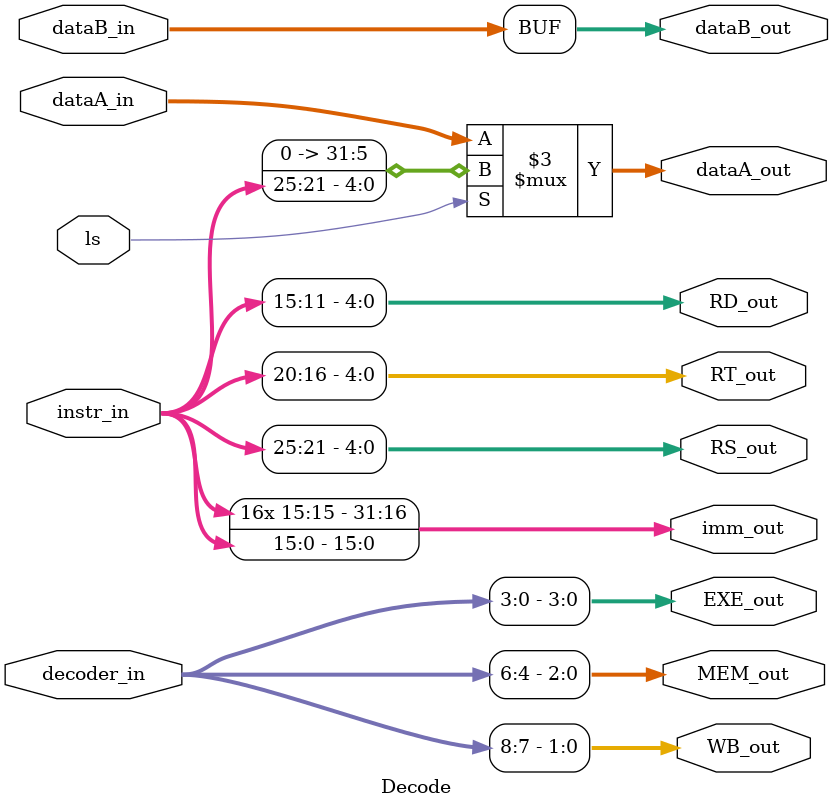
<source format=v>
/* Pipeline Stage 2 */

`ifndef __DECODE_V__
`define __DECODE_V__

module Decode (
	//input wire clk,
	input wire [8:0] decoder_in,
	input wire [31:0] dataA_in,
	input wire [31:0] dataB_in,
	input wire [31:0] instr_in,
	input wire ls,
	output reg [1:0] WB_out,
	output reg [2:0] MEM_out,
	output reg [3:0] EXE_out,
	output reg [4:0] RS_out,
	output reg [4:0] RT_out,
	output reg [4:0] RD_out,
	output reg [31:0] dataA_out,
	output reg [31:0] dataB_out,
	output reg [31:0] imm_out
	);

	initial
	begin
		WB_out = 0;
		MEM_out = 0;
		EXE_out = 0;
		RS_out = 0;
		RT_out = 0;
		RD_out = 0;
		dataA_out = 0;
		dataB_out = 0;
		imm_out = 0;
	end

	//always @ (posedge clk)
	always @ (*)
	begin
		WB_out <= decoder_in[8:7];
		MEM_out <= decoder_in[6:4];
		EXE_out <= decoder_in[3:0];
		RS_out <= instr_in[25:21];
		RT_out <= instr_in[20:16];
		RD_out <= instr_in[15:11];
		dataA_out <= (ls ? instr_in[25:21] : dataA_in);
		dataB_out <= dataB_in;
		imm_out <= { { 16{ instr_in[15] } }, instr_in[15:0] };
	end

endmodule

`endif /*__DECODE_V__*/
</source>
